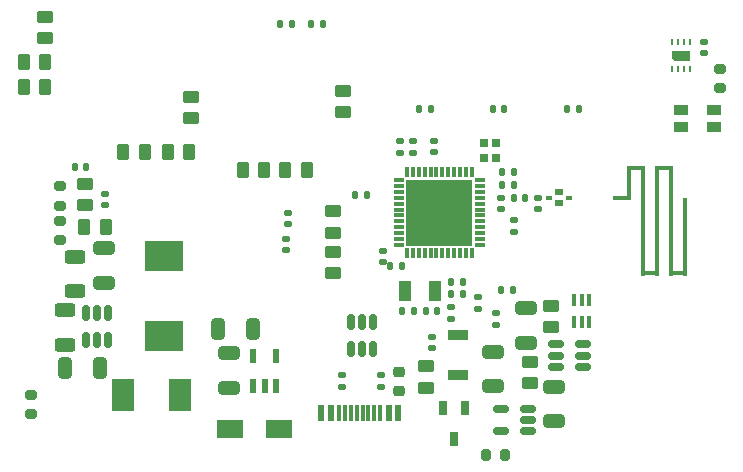
<source format=gbr>
%TF.GenerationSoftware,KiCad,Pcbnew,(6.0.0)*%
%TF.CreationDate,2023-04-24T11:59:45-05:00*%
%TF.ProjectId,SNAP_Project,534e4150-5f50-4726-9f6a-6563742e6b69,1.0*%
%TF.SameCoordinates,Original*%
%TF.FileFunction,Paste,Top*%
%TF.FilePolarity,Positive*%
%FSLAX46Y46*%
G04 Gerber Fmt 4.6, Leading zero omitted, Abs format (unit mm)*
G04 Created by KiCad (PCBNEW (6.0.0)) date 2023-04-24 11:59:45*
%MOMM*%
%LPD*%
G01*
G04 APERTURE LIST*
G04 Aperture macros list*
%AMRoundRect*
0 Rectangle with rounded corners*
0 $1 Rounding radius*
0 $2 $3 $4 $5 $6 $7 $8 $9 X,Y pos of 4 corners*
0 Add a 4 corners polygon primitive as box body*
4,1,4,$2,$3,$4,$5,$6,$7,$8,$9,$2,$3,0*
0 Add four circle primitives for the rounded corners*
1,1,$1+$1,$2,$3*
1,1,$1+$1,$4,$5*
1,1,$1+$1,$6,$7*
1,1,$1+$1,$8,$9*
0 Add four rect primitives between the rounded corners*
20,1,$1+$1,$2,$3,$4,$5,0*
20,1,$1+$1,$4,$5,$6,$7,0*
20,1,$1+$1,$6,$7,$8,$9,0*
20,1,$1+$1,$8,$9,$2,$3,0*%
%AMFreePoly0*
4,1,6,0.450000,-0.800000,-0.450000,-0.800000,-0.450000,0.530000,-0.180000,0.800000,0.450000,0.800000,0.450000,-0.800000,0.450000,-0.800000,$1*%
G04 Aperture macros list end*
%ADD10RoundRect,0.140000X-0.170000X0.140000X-0.170000X-0.140000X0.170000X-0.140000X0.170000X0.140000X0*%
%ADD11R,0.600000X1.150000*%
%ADD12RoundRect,0.140000X0.170000X-0.140000X0.170000X0.140000X-0.170000X0.140000X-0.170000X-0.140000X0*%
%ADD13R,1.700000X0.900000*%
%ADD14RoundRect,0.250000X0.650000X-0.325000X0.650000X0.325000X-0.650000X0.325000X-0.650000X-0.325000X0*%
%ADD15RoundRect,0.250000X0.262500X0.450000X-0.262500X0.450000X-0.262500X-0.450000X0.262500X-0.450000X0*%
%ADD16RoundRect,0.200000X0.275000X-0.200000X0.275000X0.200000X-0.275000X0.200000X-0.275000X-0.200000X0*%
%ADD17RoundRect,0.140000X-0.140000X-0.170000X0.140000X-0.170000X0.140000X0.170000X-0.140000X0.170000X0*%
%ADD18RoundRect,0.250000X0.450000X-0.262500X0.450000X0.262500X-0.450000X0.262500X-0.450000X-0.262500X0*%
%ADD19RoundRect,0.140000X0.140000X0.170000X-0.140000X0.170000X-0.140000X-0.170000X0.140000X-0.170000X0*%
%ADD20RoundRect,0.250000X-0.625000X0.312500X-0.625000X-0.312500X0.625000X-0.312500X0.625000X0.312500X0*%
%ADD21R,0.800000X0.500000*%
%ADD22R,0.500000X0.300000*%
%ADD23RoundRect,0.150000X-0.150000X0.512500X-0.150000X-0.512500X0.150000X-0.512500X0.150000X0.512500X0*%
%ADD24R,0.700000X0.750000*%
%ADD25R,1.000000X1.800000*%
%ADD26RoundRect,0.250000X-0.450000X0.262500X-0.450000X-0.262500X0.450000X-0.262500X0.450000X0.262500X0*%
%ADD27RoundRect,0.250000X0.325000X0.650000X-0.325000X0.650000X-0.325000X-0.650000X0.325000X-0.650000X0*%
%ADD28RoundRect,0.150000X0.150000X-0.512500X0.150000X0.512500X-0.150000X0.512500X-0.150000X-0.512500X0*%
%ADD29R,0.600000X1.450000*%
%ADD30R,0.300000X1.450000*%
%ADD31RoundRect,0.150000X0.512500X0.150000X-0.512500X0.150000X-0.512500X-0.150000X0.512500X-0.150000X0*%
%ADD32RoundRect,0.250000X-0.262500X-0.450000X0.262500X-0.450000X0.262500X0.450000X-0.262500X0.450000X0*%
%ADD33R,2.250000X1.600000*%
%ADD34RoundRect,0.135000X-0.135000X-0.185000X0.135000X-0.185000X0.135000X0.185000X-0.135000X0.185000X0*%
%ADD35R,1.903000X2.790000*%
%ADD36R,0.650000X1.220000*%
%ADD37RoundRect,0.135000X-0.185000X0.135000X-0.185000X-0.135000X0.185000X-0.135000X0.185000X0.135000X0*%
%ADD38RoundRect,0.250000X-0.650000X0.325000X-0.650000X-0.325000X0.650000X-0.325000X0.650000X0.325000X0*%
%ADD39RoundRect,0.135000X0.185000X-0.135000X0.185000X0.135000X-0.185000X0.135000X-0.185000X-0.135000X0*%
%ADD40RoundRect,0.200000X-0.275000X0.200000X-0.275000X-0.200000X0.275000X-0.200000X0.275000X0.200000X0*%
%ADD41R,1.200000X0.900000*%
%ADD42RoundRect,0.200000X0.200000X0.275000X-0.200000X0.275000X-0.200000X-0.275000X0.200000X-0.275000X0*%
%ADD43FreePoly0,90.000000*%
%ADD44R,0.250000X0.550000*%
%ADD45R,0.400000X1.000000*%
%ADD46RoundRect,0.218750X0.256250X-0.218750X0.256250X0.218750X-0.256250X0.218750X-0.256250X-0.218750X0*%
%ADD47RoundRect,0.147500X-0.147500X-0.172500X0.147500X-0.172500X0.147500X0.172500X-0.147500X0.172500X0*%
%ADD48R,1.500000X0.400000*%
%ADD49R,0.400000X2.900000*%
%ADD50R,1.600000X0.400000*%
%ADD51R,0.400000X9.300000*%
%ADD52R,0.400000X6.600000*%
%ADD53RoundRect,0.147500X0.172500X-0.147500X0.172500X0.147500X-0.172500X0.147500X-0.172500X-0.147500X0*%
%ADD54R,0.300000X0.850000*%
%ADD55R,0.850000X0.300000*%
%ADD56R,5.700000X5.700000*%
%ADD57R,3.300000X2.500000*%
G04 APERTURE END LIST*
D10*
%TO.C,C13*%
X102830000Y-101790000D03*
X102830000Y-102750000D03*
%TD*%
D11*
%TO.C,IC1*%
X91850000Y-113207500D03*
X92800000Y-113207500D03*
X93750000Y-113207500D03*
X93750000Y-110707500D03*
X91850000Y-110707500D03*
%TD*%
D12*
%TO.C,C24*%
X107150000Y-93450000D03*
X107150000Y-92490000D03*
%TD*%
D13*
%TO.C,SW2*%
X109160000Y-108950000D03*
X109160000Y-112350000D03*
%TD*%
D14*
%TO.C,C5*%
X114960000Y-109595000D03*
X114960000Y-106645000D03*
%TD*%
D15*
%TO.C,R27*%
X74232500Y-85780000D03*
X72407500Y-85780000D03*
%TD*%
D16*
%TO.C,R4*%
X75460000Y-100905000D03*
X75460000Y-99255000D03*
%TD*%
D17*
%TO.C,C20*%
X76730000Y-94690000D03*
X77690000Y-94690000D03*
%TD*%
D18*
%TO.C,R11*%
X106450000Y-113402500D03*
X106450000Y-111577500D03*
%TD*%
D19*
%TO.C,C31*%
X101430000Y-97107500D03*
X100470000Y-97107500D03*
%TD*%
D12*
%TO.C,C9*%
X104300000Y-93487500D03*
X104300000Y-92527500D03*
%TD*%
D18*
%TO.C,R19*%
X98550000Y-103720000D03*
X98550000Y-101895000D03*
%TD*%
D20*
%TO.C,R1*%
X76710000Y-102297500D03*
X76710000Y-105222500D03*
%TD*%
D15*
%TO.C,R18*%
X74232500Y-87950000D03*
X72407500Y-87950000D03*
%TD*%
D21*
%TO.C,FL1*%
X117760000Y-96850000D03*
D22*
X118610000Y-97300000D03*
D21*
X117760000Y-97750000D03*
D22*
X116910000Y-97300000D03*
%TD*%
D23*
%TO.C,U2*%
X79550000Y-107082500D03*
X78600000Y-107082500D03*
X77650000Y-107082500D03*
X77650000Y-109357500D03*
X78600000Y-109357500D03*
X79550000Y-109357500D03*
%TD*%
D24*
%TO.C,Y1*%
X111350000Y-92632500D03*
X111350000Y-93982500D03*
X112350000Y-93982500D03*
X112350000Y-92632500D03*
%TD*%
D18*
%TO.C,R28*%
X74230000Y-83822500D03*
X74230000Y-81997500D03*
%TD*%
%TO.C,R30*%
X77580000Y-97952500D03*
X77580000Y-96127500D03*
%TD*%
D25*
%TO.C,Y2*%
X107200000Y-105207500D03*
X104700000Y-105207500D03*
%TD*%
D14*
%TO.C,C7*%
X117329273Y-116247500D03*
X117329273Y-113297500D03*
%TD*%
D19*
%TO.C,C22*%
X107430000Y-106857500D03*
X106470000Y-106857500D03*
%TD*%
D12*
%TO.C,C12*%
X105350000Y-93487500D03*
X105350000Y-92527500D03*
%TD*%
D10*
%TO.C,C11*%
X113920000Y-99210000D03*
X113920000Y-100170000D03*
%TD*%
D26*
%TO.C,R26*%
X99450000Y-88245000D03*
X99450000Y-90070000D03*
%TD*%
D27*
%TO.C,C2*%
X91825000Y-108407500D03*
X88875000Y-108407500D03*
%TD*%
D15*
%TO.C,R22*%
X82662500Y-93457500D03*
X80837500Y-93457500D03*
%TD*%
D14*
%TO.C,C6*%
X112144637Y-113287864D03*
X112144637Y-110337864D03*
%TD*%
D28*
%TO.C,U1*%
X100115773Y-110095000D03*
X101065773Y-110095000D03*
X102015773Y-110095000D03*
X102015773Y-107820000D03*
X101065773Y-107820000D03*
X100115773Y-107820000D03*
%TD*%
D18*
%TO.C,R9*%
X117040000Y-108292500D03*
X117040000Y-106467500D03*
%TD*%
D29*
%TO.C,J1*%
X97589273Y-115572500D03*
X98389273Y-115572500D03*
D30*
X99589273Y-115572500D03*
X100589273Y-115572500D03*
X101089273Y-115572500D03*
X102089273Y-115572500D03*
D29*
X103289273Y-115572500D03*
X104089273Y-115572500D03*
X104089273Y-115572500D03*
X103289273Y-115572500D03*
D30*
X102589273Y-115572500D03*
X101589273Y-115572500D03*
X100089273Y-115572500D03*
X99089273Y-115572500D03*
D29*
X98389273Y-115572500D03*
X97589273Y-115572500D03*
%TD*%
D19*
%TO.C,C28*%
X119380000Y-89827500D03*
X118420000Y-89827500D03*
%TD*%
D31*
%TO.C,U8*%
X115076773Y-117067500D03*
X115076773Y-116117500D03*
X115076773Y-115167500D03*
X112801773Y-115167500D03*
X112801773Y-117067500D03*
%TD*%
D32*
%TO.C,R23*%
X90937500Y-94957500D03*
X92762500Y-94957500D03*
%TD*%
D27*
%TO.C,C3*%
X78875000Y-111720000D03*
X75925000Y-111720000D03*
%TD*%
D12*
%TO.C,C26*%
X94625000Y-101737500D03*
X94625000Y-100777500D03*
%TD*%
D33*
%TO.C,D5*%
X89900000Y-116907500D03*
X94000000Y-116907500D03*
%TD*%
D26*
%TO.C,R24*%
X86600000Y-88745000D03*
X86600000Y-90570000D03*
%TD*%
D34*
%TO.C,R15*%
X94110000Y-82570000D03*
X95130000Y-82570000D03*
%TD*%
D20*
%TO.C,R2*%
X75940000Y-106847500D03*
X75940000Y-109772500D03*
%TD*%
D34*
%TO.C,R13*%
X112780000Y-105080000D03*
X113800000Y-105080000D03*
%TD*%
D32*
%TO.C,R25*%
X94537500Y-94957500D03*
X96362500Y-94957500D03*
%TD*%
D15*
%TO.C,R29*%
X79362500Y-99770000D03*
X77537500Y-99770000D03*
%TD*%
D35*
%TO.C,L1*%
X80800000Y-114020000D03*
X85653000Y-114020000D03*
%TD*%
D36*
%TO.C,Q6*%
X109794637Y-115115000D03*
X107894637Y-115115000D03*
X108844637Y-117735000D03*
%TD*%
D37*
%TO.C,R6*%
X102665773Y-112347500D03*
X102665773Y-113367500D03*
%TD*%
D10*
%TO.C,C18*%
X106950000Y-109070000D03*
X106950000Y-110030000D03*
%TD*%
D14*
%TO.C,C1*%
X89800000Y-113432500D03*
X89800000Y-110482500D03*
%TD*%
D38*
%TO.C,C4*%
X79200000Y-101545000D03*
X79200000Y-104495000D03*
%TD*%
D17*
%TO.C,C21*%
X104470000Y-106857500D03*
X105430000Y-106857500D03*
%TD*%
D10*
%TO.C,C25*%
X115910000Y-97300000D03*
X115910000Y-98260000D03*
%TD*%
D37*
%TO.C,R7*%
X99365773Y-112347500D03*
X99365773Y-113367500D03*
%TD*%
D39*
%TO.C,R12*%
X112410000Y-108070000D03*
X112410000Y-107050000D03*
%TD*%
D17*
%TO.C,C17*%
X108620000Y-104407500D03*
X109580000Y-104407500D03*
%TD*%
D40*
%TO.C,R5*%
X73040000Y-113975000D03*
X73040000Y-115625000D03*
%TD*%
D12*
%TO.C,C19*%
X79280000Y-97960000D03*
X79280000Y-97000000D03*
%TD*%
D41*
%TO.C,D6*%
X128060000Y-89855000D03*
X130860000Y-89855000D03*
X130860000Y-91305000D03*
X128060000Y-91305000D03*
%TD*%
D12*
%TO.C,C27*%
X94750000Y-99537500D03*
X94750000Y-98577500D03*
%TD*%
D18*
%TO.C,R8*%
X115239273Y-113030000D03*
X115239273Y-111205000D03*
%TD*%
D10*
%TO.C,C23*%
X112840000Y-97300000D03*
X112840000Y-98260000D03*
%TD*%
D42*
%TO.C,R10*%
X113175000Y-119100000D03*
X111525000Y-119100000D03*
%TD*%
D19*
%TO.C,C10*%
X104400000Y-103060000D03*
X103440000Y-103060000D03*
%TD*%
D10*
%TO.C,C8*%
X129980000Y-84110000D03*
X129980000Y-85070000D03*
%TD*%
D34*
%TO.C,R16*%
X96690000Y-82570000D03*
X97710000Y-82570000D03*
%TD*%
D16*
%TO.C,R3*%
X75440000Y-97975000D03*
X75440000Y-96325000D03*
%TD*%
D32*
%TO.C,R21*%
X84587500Y-93457500D03*
X86412500Y-93457500D03*
%TD*%
D43*
%TO.C,U4*%
X128055000Y-85267500D03*
D44*
X127305000Y-86442500D03*
X127805000Y-86442500D03*
X128305000Y-86442500D03*
X128805000Y-86442500D03*
X128805000Y-84092500D03*
X128305000Y-84092500D03*
X127805000Y-84092500D03*
X127305000Y-84092500D03*
%TD*%
D37*
%TO.C,R17*%
X110850000Y-105697500D03*
X110850000Y-106717500D03*
%TD*%
D45*
%TO.C,Q5*%
X118980000Y-107855000D03*
X119630000Y-107855000D03*
X120280000Y-107855000D03*
X120280000Y-105955000D03*
X119630000Y-105955000D03*
X118980000Y-105955000D03*
%TD*%
D16*
%TO.C,R14*%
X131380000Y-88055000D03*
X131380000Y-86405000D03*
%TD*%
D17*
%TO.C,C30*%
X105890000Y-89807500D03*
X106850000Y-89807500D03*
%TD*%
D19*
%TO.C,C29*%
X113080000Y-89807500D03*
X112120000Y-89807500D03*
%TD*%
D46*
%TO.C,F1*%
X104180000Y-113635000D03*
X104180000Y-112060000D03*
%TD*%
D17*
%TO.C,C14*%
X112920000Y-95120000D03*
X113880000Y-95120000D03*
%TD*%
D47*
%TO.C,L3*%
X113885000Y-97300000D03*
X114855000Y-97300000D03*
%TD*%
D17*
%TO.C,C15*%
X112920000Y-96220000D03*
X113880000Y-96220000D03*
%TD*%
D31*
%TO.C,U3*%
X119766773Y-111622500D03*
X119766773Y-110672500D03*
X119766773Y-109722500D03*
X117491773Y-109722500D03*
X117491773Y-110672500D03*
X117491773Y-111622500D03*
%TD*%
D48*
%TO.C,AE1*%
X123075000Y-97300000D03*
D49*
X123625000Y-96050000D03*
D50*
X125425000Y-103700000D03*
D51*
X127225000Y-99250000D03*
D50*
X124225000Y-94800000D03*
D51*
X124825000Y-99250000D03*
X126025000Y-99250000D03*
D52*
X128425000Y-100600000D03*
D50*
X127825000Y-103700000D03*
X126625000Y-94800000D03*
%TD*%
D17*
%TO.C,C16*%
X108620000Y-105487500D03*
X109580000Y-105487500D03*
%TD*%
D18*
%TO.C,R20*%
X98550000Y-100270000D03*
X98550000Y-98445000D03*
%TD*%
D53*
%TO.C,L2*%
X108620000Y-107532500D03*
X108620000Y-106562500D03*
%TD*%
D54*
%TO.C,IC2*%
X104850000Y-102007500D03*
X105350000Y-102007500D03*
X105850000Y-102007500D03*
X106350000Y-102007500D03*
X106850000Y-102007500D03*
X107350000Y-102007500D03*
X107850000Y-102007500D03*
X108350000Y-102007500D03*
X108850000Y-102007500D03*
X109350000Y-102007500D03*
X109850000Y-102007500D03*
X110350000Y-102007500D03*
D55*
X111050000Y-101307500D03*
X111050000Y-100807500D03*
X111050000Y-100307500D03*
X111050000Y-99807500D03*
X111050000Y-99307500D03*
X111050000Y-98807500D03*
X111050000Y-98307500D03*
X111050000Y-97807500D03*
X111050000Y-97307500D03*
X111050000Y-96807500D03*
X111050000Y-96307500D03*
X111050000Y-95807500D03*
D54*
X110350000Y-95107500D03*
X109850000Y-95107500D03*
X109350000Y-95107500D03*
X108850000Y-95107500D03*
X108350000Y-95107500D03*
X107850000Y-95107500D03*
X107350000Y-95107500D03*
X106850000Y-95107500D03*
X106350000Y-95107500D03*
X105850000Y-95107500D03*
X105350000Y-95107500D03*
X104850000Y-95107500D03*
D55*
X104150000Y-95807500D03*
X104150000Y-96307500D03*
X104150000Y-96807500D03*
X104150000Y-97307500D03*
X104150000Y-97807500D03*
X104150000Y-98307500D03*
X104150000Y-98807500D03*
X104150000Y-99307500D03*
X104150000Y-99807500D03*
X104150000Y-100307500D03*
X104150000Y-100807500D03*
X104150000Y-101307500D03*
D56*
X107600000Y-98557500D03*
%TD*%
D57*
%TO.C,D1*%
X84300000Y-102220000D03*
X84300000Y-109020000D03*
%TD*%
M02*

</source>
